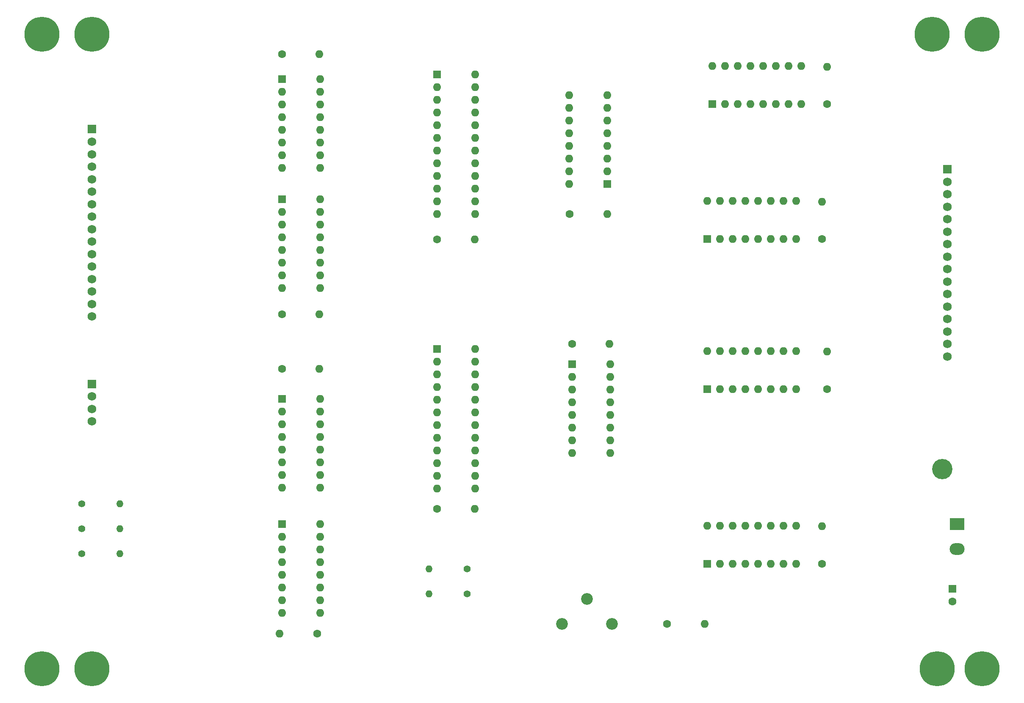
<source format=gbr>
%TF.GenerationSoftware,KiCad,Pcbnew,(5.1.10)-1*%
%TF.CreationDate,2021-10-21T23:45:09+02:00*%
%TF.ProjectId,Program Counter,50726f67-7261-46d2-9043-6f756e746572,rev1.0*%
%TF.SameCoordinates,Original*%
%TF.FileFunction,Soldermask,Top*%
%TF.FilePolarity,Negative*%
%FSLAX46Y46*%
G04 Gerber Fmt 4.6, Leading zero omitted, Abs format (unit mm)*
G04 Created by KiCad (PCBNEW (5.1.10)-1) date 2021-10-21 23:45:09*
%MOMM*%
%LPD*%
G01*
G04 APERTURE LIST*
%ADD10C,7.000000*%
%ADD11C,0.800000*%
%ADD12C,1.600000*%
%ADD13O,1.600000X1.600000*%
%ADD14R,1.600000X1.600000*%
%ADD15C,1.400000*%
%ADD16O,1.400000X1.400000*%
%ADD17C,2.340000*%
%ADD18R,3.000000X2.350000*%
%ADD19O,3.000000X2.350000*%
%ADD20C,4.064000*%
%ADD21R,1.750000X1.750000*%
%ADD22C,1.750000*%
G04 APERTURE END LIST*
D10*
%TO.C,H8*%
X56000000Y-152000000D03*
D11*
X58625000Y-152000000D03*
X57856155Y-153856155D03*
X56000000Y-154625000D03*
X54143845Y-153856155D03*
X53375000Y-152000000D03*
X54143845Y-150143845D03*
X56000000Y-149375000D03*
X57856155Y-150143845D03*
%TD*%
D10*
%TO.C,H7*%
X224000000Y-25000000D03*
D11*
X226625000Y-25000000D03*
X225856155Y-26856155D03*
X224000000Y-27625000D03*
X222143845Y-26856155D03*
X221375000Y-25000000D03*
X222143845Y-23143845D03*
X224000000Y-22375000D03*
X225856155Y-23143845D03*
%TD*%
D10*
%TO.C,H6*%
X56000000Y-25000000D03*
D11*
X58625000Y-25000000D03*
X57856155Y-26856155D03*
X56000000Y-27625000D03*
X54143845Y-26856155D03*
X53375000Y-25000000D03*
X54143845Y-23143845D03*
X56000000Y-22375000D03*
X57856155Y-23143845D03*
%TD*%
D10*
%TO.C,H5*%
X225000000Y-152000000D03*
D11*
X227625000Y-152000000D03*
X226856155Y-153856155D03*
X225000000Y-154625000D03*
X223143845Y-153856155D03*
X222375000Y-152000000D03*
X223143845Y-150143845D03*
X225000000Y-149375000D03*
X226856155Y-150143845D03*
%TD*%
D10*
%TO.C,H4*%
X234000000Y-25000000D03*
D11*
X236625000Y-25000000D03*
X235856155Y-26856155D03*
X234000000Y-27625000D03*
X232143845Y-26856155D03*
X231375000Y-25000000D03*
X232143845Y-23143845D03*
X234000000Y-22375000D03*
X235856155Y-23143845D03*
%TD*%
D10*
%TO.C,H3*%
X234000000Y-152000000D03*
D11*
X236625000Y-152000000D03*
X235856155Y-153856155D03*
X234000000Y-154625000D03*
X232143845Y-153856155D03*
X231375000Y-152000000D03*
X232143845Y-150143845D03*
X234000000Y-149375000D03*
X235856155Y-150143845D03*
%TD*%
D10*
%TO.C,H2*%
X46000000Y-152000000D03*
D11*
X48625000Y-152000000D03*
X47856155Y-153856155D03*
X46000000Y-154625000D03*
X44143845Y-153856155D03*
X43375000Y-152000000D03*
X44143845Y-150143845D03*
X46000000Y-149375000D03*
X47856155Y-150143845D03*
%TD*%
D10*
%TO.C,H1*%
X46000000Y-25000000D03*
D11*
X48625000Y-25000000D03*
X47856155Y-26856155D03*
X46000000Y-27625000D03*
X44143845Y-26856155D03*
X43375000Y-25000000D03*
X44143845Y-23143845D03*
X46000000Y-22375000D03*
X47856155Y-23143845D03*
%TD*%
D12*
%TO.C,C13*%
X152000000Y-87000000D03*
D13*
X159500000Y-87000000D03*
%TD*%
D12*
%TO.C,C12*%
X151500000Y-61000000D03*
D13*
X159000000Y-61000000D03*
%TD*%
D12*
%TO.C,C11*%
X101000000Y-145000000D03*
D13*
X93500000Y-145000000D03*
%TD*%
D12*
%TO.C,C10*%
X94000000Y-92000000D03*
D13*
X101500000Y-92000000D03*
%TD*%
D12*
%TO.C,C9*%
X94000000Y-81000000D03*
D13*
X101500000Y-81000000D03*
%TD*%
D12*
%TO.C,C8*%
X94000000Y-29000000D03*
D13*
X101500000Y-29000000D03*
%TD*%
D12*
%TO.C,C7*%
X202000000Y-131000000D03*
D13*
X202000000Y-123500000D03*
%TD*%
D12*
%TO.C,C6*%
X203000000Y-96000000D03*
D13*
X203000000Y-88500000D03*
%TD*%
D12*
%TO.C,C5*%
X202000000Y-66000000D03*
D13*
X202000000Y-58500000D03*
%TD*%
D12*
%TO.C,C4*%
X203000000Y-39000000D03*
D13*
X203000000Y-31500000D03*
%TD*%
D12*
%TO.C,C3*%
X171000000Y-143000000D03*
D13*
X178500000Y-143000000D03*
%TD*%
D12*
%TO.C,C2*%
X125000000Y-120000000D03*
D13*
X132500000Y-120000000D03*
%TD*%
D12*
%TO.C,C1*%
X125000000Y-66040000D03*
D13*
X132500000Y-66040000D03*
%TD*%
D14*
%TO.C,REG8.2*%
X125000000Y-88000000D03*
D13*
X132620000Y-115940000D03*
X125000000Y-90540000D03*
X132620000Y-113400000D03*
X125000000Y-93080000D03*
X132620000Y-110860000D03*
X125000000Y-95620000D03*
X132620000Y-108320000D03*
X125000000Y-98160000D03*
X132620000Y-105780000D03*
X125000000Y-100700000D03*
X132620000Y-103240000D03*
X125000000Y-103240000D03*
X132620000Y-100700000D03*
X125000000Y-105780000D03*
X132620000Y-98160000D03*
X125000000Y-108320000D03*
X132620000Y-95620000D03*
X125000000Y-110860000D03*
X132620000Y-93080000D03*
X125000000Y-113400000D03*
X132620000Y-90540000D03*
X125000000Y-115940000D03*
X132620000Y-88000000D03*
%TD*%
D14*
%TO.C,REG8.1*%
X125000000Y-33000000D03*
D13*
X132620000Y-60940000D03*
X125000000Y-35540000D03*
X132620000Y-58400000D03*
X125000000Y-38080000D03*
X132620000Y-55860000D03*
X125000000Y-40620000D03*
X132620000Y-53320000D03*
X125000000Y-43160000D03*
X132620000Y-50780000D03*
X125000000Y-45700000D03*
X132620000Y-48240000D03*
X125000000Y-48240000D03*
X132620000Y-45700000D03*
X125000000Y-50780000D03*
X132620000Y-43160000D03*
X125000000Y-53320000D03*
X132620000Y-40620000D03*
X125000000Y-55860000D03*
X132620000Y-38080000D03*
X125000000Y-58400000D03*
X132620000Y-35540000D03*
X125000000Y-60940000D03*
X132620000Y-33000000D03*
%TD*%
D15*
%TO.C,R14*%
X54000000Y-124000000D03*
D16*
X61620000Y-124000000D03*
%TD*%
D15*
%TO.C,R10*%
X131000000Y-137000000D03*
D16*
X123380000Y-137000000D03*
%TD*%
D15*
%TO.C,R6*%
X131000000Y-132000000D03*
D16*
X123380000Y-132000000D03*
%TD*%
D15*
%TO.C,R5*%
X54000000Y-119000000D03*
D16*
X61620000Y-119000000D03*
%TD*%
D15*
%TO.C,R4*%
X54000000Y-129000000D03*
D16*
X61620000Y-129000000D03*
%TD*%
D17*
%TO.C,POT1*%
X160000000Y-143000000D03*
X155000000Y-138000000D03*
X150000000Y-143000000D03*
%TD*%
D14*
%TO.C,MUXB2*%
X152000000Y-91000000D03*
D13*
X159620000Y-108780000D03*
X152000000Y-93540000D03*
X159620000Y-106240000D03*
X152000000Y-96080000D03*
X159620000Y-103700000D03*
X152000000Y-98620000D03*
X159620000Y-101160000D03*
X152000000Y-101160000D03*
X159620000Y-98620000D03*
X152000000Y-103700000D03*
X159620000Y-96080000D03*
X152000000Y-106240000D03*
X159620000Y-93540000D03*
X152000000Y-108780000D03*
X159620000Y-91000000D03*
%TD*%
D14*
%TO.C,MUXB1*%
X159000000Y-55000000D03*
D13*
X151380000Y-37220000D03*
X159000000Y-52460000D03*
X151380000Y-39760000D03*
X159000000Y-49920000D03*
X151380000Y-42300000D03*
X159000000Y-47380000D03*
X151380000Y-44840000D03*
X159000000Y-44840000D03*
X151380000Y-47380000D03*
X159000000Y-42300000D03*
X151380000Y-49920000D03*
X159000000Y-39760000D03*
X151380000Y-52460000D03*
X159000000Y-37220000D03*
X151380000Y-55000000D03*
%TD*%
D14*
%TO.C,MUXA4*%
X94000000Y-123000000D03*
D13*
X101620000Y-140780000D03*
X94000000Y-125540000D03*
X101620000Y-138240000D03*
X94000000Y-128080000D03*
X101620000Y-135700000D03*
X94000000Y-130620000D03*
X101620000Y-133160000D03*
X94000000Y-133160000D03*
X101620000Y-130620000D03*
X94000000Y-135700000D03*
X101620000Y-128080000D03*
X94000000Y-138240000D03*
X101620000Y-125540000D03*
X94000000Y-140780000D03*
X101620000Y-123000000D03*
%TD*%
D14*
%TO.C,MUXA3*%
X94000000Y-98000000D03*
D13*
X101620000Y-115780000D03*
X94000000Y-100540000D03*
X101620000Y-113240000D03*
X94000000Y-103080000D03*
X101620000Y-110700000D03*
X94000000Y-105620000D03*
X101620000Y-108160000D03*
X94000000Y-108160000D03*
X101620000Y-105620000D03*
X94000000Y-110700000D03*
X101620000Y-103080000D03*
X94000000Y-113240000D03*
X101620000Y-100540000D03*
X94000000Y-115780000D03*
X101620000Y-98000000D03*
%TD*%
D14*
%TO.C,MUXA2*%
X94000000Y-58000000D03*
D13*
X101620000Y-75780000D03*
X94000000Y-60540000D03*
X101620000Y-73240000D03*
X94000000Y-63080000D03*
X101620000Y-70700000D03*
X94000000Y-65620000D03*
X101620000Y-68160000D03*
X94000000Y-68160000D03*
X101620000Y-65620000D03*
X94000000Y-70700000D03*
X101620000Y-63080000D03*
X94000000Y-73240000D03*
X101620000Y-60540000D03*
X94000000Y-75780000D03*
X101620000Y-58000000D03*
%TD*%
D14*
%TO.C,MUXA1*%
X94000000Y-34000000D03*
D13*
X101620000Y-51780000D03*
X94000000Y-36540000D03*
X101620000Y-49240000D03*
X94000000Y-39080000D03*
X101620000Y-46700000D03*
X94000000Y-41620000D03*
X101620000Y-44160000D03*
X94000000Y-44160000D03*
X101620000Y-41620000D03*
X94000000Y-46700000D03*
X101620000Y-39080000D03*
X94000000Y-49240000D03*
X101620000Y-36540000D03*
X94000000Y-51780000D03*
X101620000Y-34000000D03*
%TD*%
D18*
%TO.C,J5*%
X229000000Y-123000000D03*
D19*
X229000000Y-128000000D03*
%TD*%
D20*
%TO.C,J4*%
X226000000Y-112000000D03*
%TD*%
D21*
%TO.C,J3*%
X56000000Y-95000000D03*
D22*
X56000000Y-97500000D03*
X56000000Y-100000000D03*
X56000000Y-102500000D03*
%TD*%
D21*
%TO.C,J2*%
X56000000Y-44000000D03*
D22*
X56000000Y-46500000D03*
X56000000Y-49000000D03*
X56000000Y-51500000D03*
X56000000Y-54000000D03*
X56000000Y-56500000D03*
X56000000Y-59000000D03*
X56000000Y-61500000D03*
X56000000Y-64000000D03*
X56000000Y-66500000D03*
X56000000Y-69000000D03*
X56000000Y-71500000D03*
X56000000Y-74000000D03*
X56000000Y-76500000D03*
X56000000Y-79000000D03*
X56000000Y-81500000D03*
%TD*%
D21*
%TO.C,J1*%
X227000000Y-52000000D03*
D22*
X227000000Y-54500000D03*
X227000000Y-57000000D03*
X227000000Y-59500000D03*
X227000000Y-62000000D03*
X227000000Y-64500000D03*
X227000000Y-67000000D03*
X227000000Y-69500000D03*
X227000000Y-72000000D03*
X227000000Y-74500000D03*
X227000000Y-77000000D03*
X227000000Y-79500000D03*
X227000000Y-82000000D03*
X227000000Y-84500000D03*
X227000000Y-87000000D03*
X227000000Y-89500000D03*
%TD*%
D14*
%TO.C,C_BOARD1*%
X228000000Y-136000000D03*
D12*
X228000000Y-138500000D03*
%TD*%
D14*
%TO.C,ADD4.2*%
X179000000Y-66000000D03*
D13*
X196780000Y-58380000D03*
X181540000Y-66000000D03*
X194240000Y-58380000D03*
X184080000Y-66000000D03*
X191700000Y-58380000D03*
X186620000Y-66000000D03*
X189160000Y-58380000D03*
X189160000Y-66000000D03*
X186620000Y-58380000D03*
X191700000Y-66000000D03*
X184080000Y-58380000D03*
X194240000Y-66000000D03*
X181540000Y-58380000D03*
X196780000Y-66000000D03*
X179000000Y-58380000D03*
%TD*%
D14*
%TO.C,ADD4.1*%
X180000000Y-39000000D03*
D13*
X197780000Y-31380000D03*
X182540000Y-39000000D03*
X195240000Y-31380000D03*
X185080000Y-39000000D03*
X192700000Y-31380000D03*
X187620000Y-39000000D03*
X190160000Y-31380000D03*
X190160000Y-39000000D03*
X187620000Y-31380000D03*
X192700000Y-39000000D03*
X185080000Y-31380000D03*
X195240000Y-39000000D03*
X182540000Y-31380000D03*
X197780000Y-39000000D03*
X180000000Y-31380000D03*
%TD*%
D14*
%TO.C,ADD4.3*%
X179000000Y-96000000D03*
D13*
X196780000Y-88380000D03*
X181540000Y-96000000D03*
X194240000Y-88380000D03*
X184080000Y-96000000D03*
X191700000Y-88380000D03*
X186620000Y-96000000D03*
X189160000Y-88380000D03*
X189160000Y-96000000D03*
X186620000Y-88380000D03*
X191700000Y-96000000D03*
X184080000Y-88380000D03*
X194240000Y-96000000D03*
X181540000Y-88380000D03*
X196780000Y-96000000D03*
X179000000Y-88380000D03*
%TD*%
D14*
%TO.C,ADD4.4*%
X179000000Y-131000000D03*
D13*
X196780000Y-123380000D03*
X181540000Y-131000000D03*
X194240000Y-123380000D03*
X184080000Y-131000000D03*
X191700000Y-123380000D03*
X186620000Y-131000000D03*
X189160000Y-123380000D03*
X189160000Y-131000000D03*
X186620000Y-123380000D03*
X191700000Y-131000000D03*
X184080000Y-123380000D03*
X194240000Y-131000000D03*
X181540000Y-123380000D03*
X196780000Y-131000000D03*
X179000000Y-123380000D03*
%TD*%
M02*

</source>
